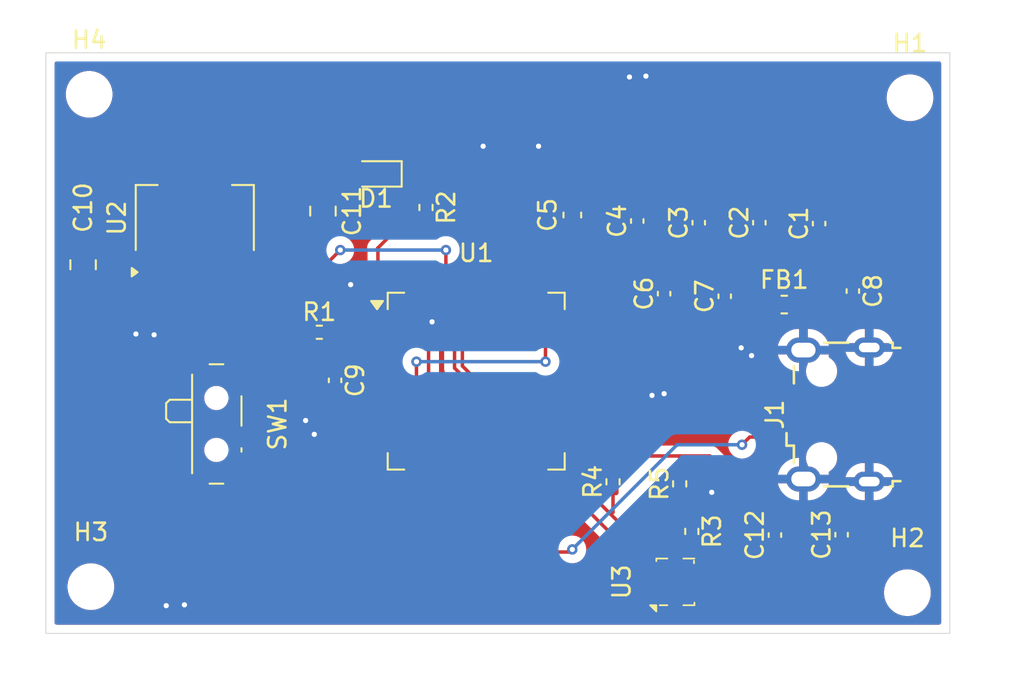
<source format=kicad_pcb>
(kicad_pcb (version 20241229) (generator "pcbnew") (generator_version "9.0")
  (layers (0 "F.Cu" signal) (2 "B.Cu" signal) (13 "F.Paste" user) (15 "B.Paste" user) (5 "F.SilkS" user "F.Silkscreen") (7 "B.SilkS" user "B.Silkscreen") (1 "F.Mask" user) (3 "B.Mask" user) (25 "Edge.Cuts" user))
  (net 0 "")
  (net 1 "+3.3V")
  (net 2 "/I2C1_SDA")
  (net 3 "/I2C1_SCL")
  (net 4 "GND")
  (net 5 "Net-(U3-SDO)")
  (net 6 "Net-(D1-K)")
  (net 7 "/SW_BOOT0")
  (net 8 "/BOOT0")
  (net 9 "VBUS")
  (net 10 "/USB_OTG_FS_DM-")
  (net 11 "/USB_OTG_FS_DP+")
  (net 15 "/NRST")
  (net 33 "+3.3VA")
  (footprint "Resistor_SMD:R_0402_1005Metric" (layer "F.Cu") (at 32.94 74.5)
    (property "Reference" "R1" (at 0 -1.17 0) (layer "F.SilkS"))
    (property "Value" "10k")
    (fp_line (start -0.153641 -0.38) (end 0.153641 -0.38) (stroke (width 0.12)) (layer "F.SilkS"))
    (fp_line (start -0.153641 0.38) (end 0.153641 0.38) (stroke (width 0.12)) (layer "F.SilkS"))
    (pad "1" smd roundrect (at -0.51 0) (size 0.54 0.64) (layers "F.Cu" "F.Mask" "F.Paste") (net 7 "/SW_BOOT0"))
    (pad "2" smd roundrect (at 0.51 0) (size 0.54 0.64) (layers "F.Cu" "F.Mask" "F.Paste") (net 8 "/BOOT0"))
  )
  (footprint "Capacitor_SMD:C_0805_2012Metric" (layer "F.Cu") (at 33.15 67.5 -90)
    (property "Reference" "C11" (at 0 -1.68 90) (layer "F.SilkS"))
    (property "Value" "22u")
    (fp_line (start -0.261252 0.735) (end 0.261252 0.735) (stroke (width 0.12)) (layer "F.SilkS"))
    (fp_line (start -0.261252 -0.735) (end 0.261252 -0.735) (stroke (width 0.12)) (layer "F.SilkS"))
    (pad "1" smd roundrect (at -0.95 0 270) (size 1 1.45) (layers "F.Cu" "F.Mask" "F.Paste") (net 1 "+3.3V"))
    (pad "2" smd roundrect (at 0.95 0 270) (size 1 1.45) (layers "F.Cu" "F.Mask" "F.Paste") (net 4 "GND"))
  )
  (footprint "Inductor_SMD:L_0603_1608Metric" (layer "F.Cu") (at 59.7875 72.9)
    (property "Reference" "FB1" (at 0 -1.43 0) (layer "F.SilkS"))
    (property "Value" "120R")
    (fp_line (start -0.162779 -0.51) (end 0.162779 -0.51) (stroke (width 0.12)) (layer "F.SilkS"))
    (fp_line (start -0.162779 0.51) (end 0.162779 0.51) (stroke (width 0.12)) (layer "F.SilkS"))
    (pad "1" smd roundrect (at -0.7875 0) (size 0.875 0.95) (layers "F.Cu" "F.Mask" "F.Paste") (net 33 "+3.3VA"))
    (pad "2" smd roundrect (at 0.7875 0) (size 0.875 0.95) (layers "F.Cu" "F.Mask" "F.Paste") (net 1 "+3.3V"))
  )
  (footprint "Capacitor_SMD:C_0402_1005Metric" (layer "F.Cu") (at 52.85 72.27 90)
    (property "Reference" "C6" (at 0 -1.16 90) (layer "F.SilkS"))
    (property "Value" "10n")
    (fp_line (start -0.107836 -0.36) (end 0.107836 -0.36) (stroke (width 0.12)) (layer "F.SilkS"))
    (fp_line (start -0.107836 0.36) (end 0.107836 0.36) (stroke (width 0.12)) (layer "F.SilkS"))
    (pad "1" smd roundrect (at -0.48 0 90) (size 0.56 0.62) (layers "F.Cu" "F.Mask" "F.Paste") (net 33 "+3.3VA"))
    (pad "2" smd roundrect (at 0.48 0 90) (size 0.56 0.62) (layers "F.Cu" "F.Mask" "F.Paste") (net 4 "GND"))
  )
  (footprint "Connector_USB:USB_Micro-B_Wuerth_629105150521" (layer "F.Cu") (at 62.745 79.255 90)
    (property "Reference" "J1" (at 0 -3.5 90) (layer "F.SilkS"))
    (property "Value" "USB_B_Micro")
    (fp_line (start -1.075 -2.825) (end -1.8 -2.825) (stroke (width 0.15)) (layer "F.SilkS"))
    (fp_line (start -1.8 -2.825) (end -1.8 -2.4) (stroke (width 0.15)) (layer "F.SilkS"))
    (fp_line (start 1.8 -2.4) (end 2.8 -2.4) (stroke (width 0.15)) (layer "F.SilkS"))
    (fp_line (start -1.8 -2.4) (end -2.8 -2.4) (stroke (width 0.15)) (layer "F.SilkS"))
    (fp_line (start -4.15 -0.65) (end -4.15 0.75) (stroke (width 0.15)) (layer "F.SilkS"))
    (fp_line (start 4.15 0.75) (end 4.15 -0.65) (stroke (width 0.15)) (layer "F.SilkS"))
    (fp_line (start -4.15 3.15) (end -4.15 3.3) (stroke (width 0.15)) (layer "F.SilkS"))
    (fp_line (start 4.15 3.3) (end 4.15 3.15) (stroke (width 0.15)) (layer "F.SilkS"))
    (fp_line (start 3.85 3.3) (end 4.15 3.3) (stroke (width 0.15)) (layer "F.SilkS"))
    (fp_line (start -3.85 3.3) (end -3.85 3.75) (stroke (width 0.15)) (layer "F.SilkS"))
    (fp_line (start -4.15 3.3) (end -3.85 3.3) (stroke (width 0.15)) (layer "F.SilkS"))
    (fp_line (start 3.85 3.75) (end 3.85 3.3) (stroke (width 0.15)) (layer "F.SilkS"))
    (pad "" np_thru_hole oval (at -2.5 -0.8 90) (size 0.8 0.8) (drill 0.8) (layers "*.Cu" "*.Mask"))
    (pad "" np_thru_hole oval (at 2.5 -0.8 90) (size 0.8 0.8) (drill 0.8) (layers "*.Cu" "*.Mask"))
    (pad "1" smd rect (at -1.3 -1.9 90) (size 0.45 1.3) (layers "F.Cu" "F.Mask" "F.Paste") (net 9 "VBUS"))
    (pad "2" smd rect (at -0.65 -1.9 90) (size 0.45 1.3) (layers "F.Cu" "F.Mask" "F.Paste") (net 10 "/USB_OTG_FS_DM-"))
    (pad "3" smd rect (at 0 -1.9 90) (size 0.45 1.3) (layers "F.Cu" "F.Mask" "F.Paste") (net 11 "/USB_OTG_FS_DP+"))
    (pad "4" smd rect (at 0.65 -1.9 90) (size 0.45 1.3) (layers "F.Cu" "F.Mask" "F.Paste"))
    (pad "5" smd rect (at 1.3 -1.9 90) (size 0.45 1.3) (layers "F.Cu" "F.Mask" "F.Paste") (net 4 "GND"))
    (pad "6" thru_hole oval (at -3.875 1.95 90) (size 1.15 1.8) (drill oval 0.55 1.2) (property pad_prop_heatsink) (layers "*.Cu" "*.Mask") (net 4 "GND"))
    (pad "6" thru_hole oval (at -3.725 -1.85 90) (size 1.45 2) (drill oval 0.85 1.4) (property pad_prop_heatsink) (layers "*.Cu" "*.Mask") (net 4 "GND"))
    (pad "6" thru_hole oval (at 3.725 -1.85 90) (size 1.45 2) (drill oval 0.85 1.4) (property pad_prop_heatsink) (layers "*.Cu" "*.Mask") (net 4 "GND"))
    (pad "6" thru_hole oval (at 3.875 1.95 90) (size 1.15 1.8) (drill oval 0.55 1.2) (property pad_prop_heatsink) (layers "*.Cu" "*.Mask") (net 4 "GND"))
  )
  (footprint "MountingHole:MountingHole_2.2mm_M2" (layer "F.Cu") (at 19.65 60.75)
    (property "Reference" "H4" (at 0 -3.15 0) (layer "F.SilkS"))
    (property "Value" "MountingHole")
    (pad "" np_thru_hole circle (at 0 0) (size 2.2 2.2) (drill 2.2) (layers "*.Cu" "*.Mask"))
  )
  (footprint "MountingHole:MountingHole_2.2mm_M2" (layer "F.Cu") (at 67.05 60.95)
    (property "Reference" "H1" (at 0 -3.15 0) (layer "F.SilkS"))
    (property "Value" "MountingHole")
    (pad "" np_thru_hole circle (at 0 0) (size 2.2 2.2) (drill 2.2) (layers "*.Cu" "*.Mask"))
  )
  (footprint "Capacitor_SMD:C_0402_1005Metric" (layer "F.Cu") (at 63.75 72.12 -90)
    (property "Reference" "C8" (at 0 -1.16 90) (layer "F.SilkS"))
    (property "Value" "1u")
    (fp_line (start -0.107836 0.36) (end 0.107836 0.36) (stroke (width 0.12)) (layer "F.SilkS"))
    (fp_line (start -0.107836 -0.36) (end 0.107836 -0.36) (stroke (width 0.12)) (layer "F.SilkS"))
    (pad "1" smd roundrect (at -0.48 0 270) (size 0.56 0.62) (layers "F.Cu" "F.Mask" "F.Paste") (net 1 "+3.3V"))
    (pad "2" smd roundrect (at 0.48 0 270) (size 0.56 0.62) (layers "F.Cu" "F.Mask" "F.Paste") (net 4 "GND"))
  )
  (footprint "MountingHole:MountingHole_2.2mm_M2" (layer "F.Cu") (at 19.75 89.2)
    (property "Reference" "H3" (at 0 -3.15 0) (layer "F.SilkS"))
    (property "Value" "MountingHole")
    (pad "" np_thru_hole circle (at 0 0) (size 2.2 2.2) (drill 2.2) (layers "*.Cu" "*.Mask"))
  )
  (footprint "Resistor_SMD:R_0402_1005Metric" (layer "F.Cu") (at 49.9 83.14 90)
    (property "Reference" "R4" (at 0 -1.17 90) (layer "F.SilkS"))
    (property "Value" "10k")
    (fp_line (start -0.153641 -0.38) (end 0.153641 -0.38) (stroke (width 0.12)) (layer "F.SilkS"))
    (fp_line (start -0.153641 0.38) (end 0.153641 0.38) (stroke (width 0.12)) (layer "F.SilkS"))
    (pad "1" smd roundrect (at -0.51 0 90) (size 0.54 0.64) (layers "F.Cu" "F.Mask" "F.Paste") (net 3 "/I2C1_SCL"))
    (pad "2" smd roundrect (at 0.51 0 90) (size 0.54 0.64) (layers "F.Cu" "F.Mask" "F.Paste") (net 1 "+3.3V"))
  )
  (footprint "Capacitor_SMD:C_0402_1005Metric" (layer "F.Cu") (at 51.3 68.07 90)
    (property "Reference" "C4" (at 0 -1.16 90) (layer "F.SilkS"))
    (property "Value" "100n")
    (fp_line (start -0.107836 -0.36) (end 0.107836 -0.36) (stroke (width 0.12)) (layer "F.SilkS"))
    (fp_line (start -0.107836 0.36) (end 0.107836 0.36) (stroke (width 0.12)) (layer "F.SilkS"))
    (pad "1" smd roundrect (at -0.48 0 90) (size 0.56 0.62) (layers "F.Cu" "F.Mask" "F.Paste") (net 1 "+3.3V"))
    (pad "2" smd roundrect (at 0.48 0 90) (size 0.56 0.62) (layers "F.Cu" "F.Mask" "F.Paste") (net 4 "GND"))
  )
  (footprint "Capacitor_SMD:C_0402_1005Metric" (layer "F.Cu") (at 54.85 68.17 90)
    (property "Reference" "C3" (at 0 -1.16 90) (layer "F.SilkS"))
    (property "Value" "100n")
    (fp_line (start -0.107836 -0.36) (end 0.107836 -0.36) (stroke (width 0.12)) (layer "F.SilkS"))
    (fp_line (start -0.107836 0.36) (end 0.107836 0.36) (stroke (width 0.12)) (layer "F.SilkS"))
    (pad "1" smd roundrect (at -0.48 0 90) (size 0.56 0.62) (layers "F.Cu" "F.Mask" "F.Paste") (net 1 "+3.3V"))
    (pad "2" smd roundrect (at 0.48 0 90) (size 0.56 0.62) (layers "F.Cu" "F.Mask" "F.Paste") (net 4 "GND"))
  )
  (footprint "Package_LGA:Bosch_LGA-8_2x2.5mm_P0.65mm_ClockwisePinNumbering" (layer "F.Cu") (at 53.5 88.925 90)
    (property "Reference" "U3" (at 0 -3.1 90) (layer "F.SilkS"))
    (property "Value" "BMP280")
    (fp_line (start 1.2 -1.1) (end 1.35 -1.1) (stroke (width 0.1)) (layer "F.SilkS"))
    (fp_line (start 1.35 -0.46) (end 1.35 -1.1) (stroke (width 0.1)) (layer "F.SilkS"))
    (fp_line (start -1.35 -0.46) (end -1.35 -0.9) (stroke (width 0.1)) (layer "F.SilkS"))
    (fp_line (start 1.075 1.075) (end 1.225 1.075) (stroke (width 0.1)) (layer "F.SilkS"))
    (fp_line (start 1.35 1.1) (end 1.35 0.46) (stroke (width 0.1)) (layer "F.SilkS"))
    (fp_line (start -1.35 1.1) (end -1.35 0.46) (stroke (width 0.1)) (layer "F.SilkS"))
    (fp_line (start -1.35 1.1) (end -1.2 1.1) (stroke (width 0.1)) (layer "F.SilkS"))
    (fp_poly (pts (xy -1.35 -1.1) (xy -1.71 -1.1) (xy -1.35 -1.46) (xy -1.35 -1.1)) (stroke (width 0.1)) (fill yes) (layer "F.SilkS"))
    (pad "1" smd rect (at -0.975 -0.8 180) (size 0.5 0.35) (layers "F.Cu" "F.Mask" "F.Paste") (net 4 "GND"))
    (pad "2" smd rect (at -0.325 -0.8 180) (size 0.5 0.35) (layers "F.Cu" "F.Mask" "F.Paste") (net 1 "+3.3V"))
    (pad "3" smd rect (at 0.325 -0.8 180) (size 0.5 0.35) (layers "F.Cu" "F.Mask" "F.Paste") (net 2 "/I2C1_SDA"))
    (pad "4" smd rect (at 0.975 -0.8 180) (size 0.5 0.35) (layers "F.Cu" "F.Mask" "F.Paste") (net 3 "/I2C1_SCL"))
    (pad "5" smd rect (at 0.975 0.8 180) (size 0.5 0.35) (layers "F.Cu" "F.Mask" "F.Paste") (net 5 "Net-(U3-SDO)"))
    (pad "6" smd rect (at 0.325 0.8 180) (size 0.5 0.35) (layers "F.Cu" "F.Mask" "F.Paste") (net 1 "+3.3V"))
    (pad "7" smd rect (at -0.325 0.8 180) (size 0.5 0.35) (layers "F.Cu" "F.Mask" "F.Paste") (net 4 "GND"))
    (pad "8" smd rect (at -0.975 0.8 180) (size 0.5 0.35) (layers "F.Cu" "F.Mask" "F.Paste") (net 1 "+3.3V"))
  )
  (footprint "Resistor_SMD:R_0402_1005Metric" (layer "F.Cu") (at 53.75 83.26 90)
    (property "Reference" "R5" (at 0 -1.17 90) (layer "F.SilkS"))
    (property "Value" "10k")
    (fp_line (start -0.153641 -0.38) (end 0.153641 -0.38) (stroke (width 0.12)) (layer "F.SilkS"))
    (fp_line (start -0.153641 0.38) (end 0.153641 0.38) (stroke (width 0.12)) (layer "F.SilkS"))
    (pad "1" smd roundrect (at -0.51 0 90) (size 0.54 0.64) (layers "F.Cu" "F.Mask" "F.Paste") (net 2 "/I2C1_SDA"))
    (pad "2" smd roundrect (at 0.51 0 90) (size 0.54 0.64) (layers "F.Cu" "F.Mask" "F.Paste") (net 1 "+3.3V"))
  )
  (footprint "Capacitor_SMD:C_0805_2012Metric" (layer "F.Cu") (at 19.3 70.6 90)
    (property "Reference" "C10" (at 3.3 0 90) (layer "F.SilkS"))
    (property "Value" "22u")
    (fp_line (start -0.261252 -0.735) (end 0.261252 -0.735) (stroke (width 0.12)) (layer "F.SilkS"))
    (fp_line (start -0.261252 0.735) (end 0.261252 0.735) (stroke (width 0.12)) (layer "F.SilkS"))
    (pad "1" smd roundrect (at -0.95 0 90) (size 1 1.45) (layers "F.Cu" "F.Mask" "F.Paste") (net 9 "VBUS"))
    (pad "2" smd roundrect (at 0.95 0 90) (size 1 1.45) (layers "F.Cu" "F.Mask" "F.Paste") (net 4 "GND"))
  )
  (footprint "Capacitor_SMD:C_0402_1005Metric" (layer "F.Cu") (at 59.25 86.22 90)
    (property "Reference" "C12" (at 0 -1.16 90) (layer "F.SilkS"))
    (property "Value" "100n")
    (fp_line (start -0.107836 -0.36) (end 0.107836 -0.36) (stroke (width 0.12)) (layer "F.SilkS"))
    (fp_line (start -0.107836 0.36) (end 0.107836 0.36) (stroke (width 0.12)) (layer "F.SilkS"))
    (pad "1" smd roundrect (at -0.48 0 90) (size 0.56 0.62) (layers "F.Cu" "F.Mask" "F.Paste") (net 4 "GND"))
    (pad "2" smd roundrect (at 0.48 0 90) (size 0.56 0.62) (layers "F.Cu" "F.Mask" "F.Paste") (net 1 "+3.3V"))
  )
  (footprint "Capacitor_SMD:C_0402_1005Metric" (layer "F.Cu") (at 56.35 72.42 90)
    (property "Reference" "C7" (at 0 -1.16 90) (layer "F.SilkS"))
    (property "Value" "1u")
    (fp_line (start -0.107836 -0.36) (end 0.107836 -0.36) (stroke (width 0.12)) (layer "F.SilkS"))
    (fp_line (start -0.107836 0.36) (end 0.107836 0.36) (stroke (width 0.12)) (layer "F.SilkS"))
    (pad "1" smd roundrect (at -0.48 0 90) (size 0.56 0.62) (layers "F.Cu" "F.Mask" "F.Paste") (net 33 "+3.3VA"))
    (pad "2" smd roundrect (at 0.48 0 90) (size 0.56 0.62) (layers "F.Cu" "F.Mask" "F.Paste") (net 4 "GND"))
  )
  (footprint "Capacitor_SMD:C_0402_1005Metric" (layer "F.Cu") (at 61.8 68.22 90)
    (property "Reference" "C1" (at 0 -1.16 90) (layer "F.SilkS"))
    (property "Value" "100n")
    (fp_line (start -0.107836 -0.36) (end 0.107836 -0.36) (stroke (width 0.12)) (layer "F.SilkS"))
    (fp_line (start -0.107836 0.36) (end 0.107836 0.36) (stroke (width 0.12)) (layer "F.SilkS"))
    (pad "1" smd roundrect (at -0.48 0 90) (size 0.56 0.62) (layers "F.Cu" "F.Mask" "F.Paste") (net 1 "+3.3V"))
    (pad "2" smd roundrect (at 0.48 0 90) (size 0.56 0.62) (layers "F.Cu" "F.Mask" "F.Paste") (net 4 "GND"))
  )
  (footprint "MountingHole:MountingHole_2.2mm_M2" (layer "F.Cu") (at 66.9 89.55)
    (property "Reference" "H2" (at 0 -3.15 0) (layer "F.SilkS"))
    (property "Value" "MountingHole")
    (pad "" np_thru_hole circle (at 0 0) (size 2.2 2.2) (drill 2.2) (layers "*.Cu" "*.Mask"))
  )
  (footprint "Resistor_SMD:R_0402_1005Metric" (layer "F.Cu") (at 39.1 67.29 -90)
    (property "Reference" "R2" (at 0 -1.17 90) (layer "F.SilkS"))
    (property "Value" "1k")
    (fp_line (start -0.153641 0.38) (end 0.153641 0.38) (stroke (width 0.12)) (layer "F.SilkS"))
    (fp_line (start -0.153641 -0.38) (end 0.153641 -0.38) (stroke (width 0.12)) (layer "F.SilkS"))
    (pad "1" smd roundrect (at -0.51 0 270) (size 0.54 0.64) (layers "F.Cu" "F.Mask" "F.Paste") (net 6 "Net-(D1-K)"))
    (pad "2" smd roundrect (at 0.51 0 270) (size 0.54 0.64) (layers "F.Cu" "F.Mask" "F.Paste") (net 4 "GND"))
  )
  (footprint "Capacitor_SMD:C_0603_1608Metric" (layer "F.Cu") (at 47.55 67.725 90)
    (property "Reference" "C5" (at 0 -1.43 90) (layer "F.SilkS"))
    (property "Value" "10u")
    (fp_line (start -0.14058 -0.51) (end 0.14058 -0.51) (stroke (width 0.12)) (layer "F.SilkS"))
    (fp_line (start -0.14058 0.51) (end 0.14058 0.51) (stroke (width 0.12)) (layer "F.SilkS"))
    (pad "1" smd roundrect (at -0.775 0 90) (size 0.9 0.95) (layers "F.Cu" "F.Mask" "F.Paste") (net 1 "+3.3V"))
    (pad "2" smd roundrect (at 0.775 0 90) (size 0.9 0.95) (layers "F.Cu" "F.Mask" "F.Paste") (net 4 "GND"))
  )
  (footprint "Resistor_SMD:R_0402_1005Metric" (layer "F.Cu") (at 54.45 86.01 -90)
    (property "Reference" "R3" (at 0 -1.17 90) (layer "F.SilkS"))
    (property "Value" "10k")
    (fp_line (start -0.153641 0.38) (end 0.153641 0.38) (stroke (width 0.12)) (layer "F.SilkS"))
    (fp_line (start -0.153641 -0.38) (end 0.153641 -0.38) (stroke (width 0.12)) (layer "F.SilkS"))
    (pad "1" smd roundrect (at -0.51 0 270) (size 0.54 0.64) (layers "F.Cu" "F.Mask" "F.Paste") (net 4 "GND"))
    (pad "2" smd roundrect (at 0.51 0 270) (size 0.54 0.64) (layers "F.Cu" "F.Mask" "F.Paste") (net 5 "Net-(U3-SDO)"))
  )
  (footprint "LED_SMD:LED_0603_1608Metric" (layer "F.Cu") (at 36.2125 65.35 180)
    (property "Reference" "D1" (at 0 -1.43 0) (layer "F.SilkS"))
    (property "Value" "RED")
    (fp_line (start 0.8 -0.735) (end -1.485 -0.735) (stroke (width 0.12)) (layer "F.SilkS"))
    (fp_line (start -1.485 0.735) (end 0.8 0.735) (stroke (width 0.12)) (layer "F.SilkS"))
    (fp_line (start -1.485 -0.735) (end -1.485 0.735) (stroke (width 0.12)) (layer "F.SilkS"))
    (pad "1" smd roundrect (at -0.7875 0 180) (size 0.875 0.95) (layers "F.Cu" "F.Mask" "F.Paste") (net 6 "Net-(D1-K)"))
    (pad "2" smd roundrect (at 0.7875 0 180) (size 0.875 0.95) (layers "F.Cu" "F.Mask" "F.Paste") (net 1 "+3.3V"))
  )
  (footprint "Package_QFP:LQFP-64_10x10mm_P0.5mm" (layer "F.Cu") (at 42 77.325)
    (property "Reference" "U1" (at 0 -7.4 0) (layer "F.SilkS"))
    (property "Value" "STM32L476RGTx")
    (fp_line (start -5.11 -5.11) (end -5.11 -4.16) (stroke (width 0.12)) (layer "F.SilkS"))
    (fp_line (start -5.11 5.11) (end -5.11 4.16) (stroke (width 0.12)) (layer "F.SilkS"))
    (fp_line (start -4.16 -5.11) (end -5.11 -5.11) (stroke (width 0.12)) (layer "F.SilkS"))
    (fp_line (start -4.16 5.11) (end -5.11 5.11) (stroke (width 0.12)) (layer "F.SilkS"))
    (fp_line (start 4.16 -5.11) (end 5.11 -5.11) (stroke (width 0.12)) (layer "F.SilkS"))
    (fp_line (start 4.16 5.11) (end 5.11 5.11) (stroke (width 0.12)) (layer "F.SilkS"))
    (fp_line (start 5.11 -5.11) (end 5.11 -4.16) (stroke (width 0.12)) (layer "F.SilkS"))
    (fp_line (start 5.11 5.11) (end 5.11 4.16) (stroke (width 0.12)) (layer "F.SilkS"))
    (fp_poly (pts (xy -5.725 -4.16) (xy -6.065 -4.63) (xy -5.385 -4.63)) (stroke (width 0.12)) (fill yes) (layer "F.SilkS"))
    (pad "1" smd roundrect (at -5.675 -3.75) (size 1.55 0.3) (layers "F.Cu" "F.Mask" "F.Paste") (net 1 "+3.3V"))
    (pad "2" smd roundrect (at -5.675 -3.25) (size 1.55 0.3) (layers "F.Cu" "F.Mask" "F.Paste"))
    (pad "3" smd roundrect (at -5.675 -2.75) (size 1.55 0.3) (layers "F.Cu" "F.Mask" "F.Paste"))
    (pad "4" smd roundrect (at -5.675 -2.25) (size 1.55 0.3) (layers "F.Cu" "F.Mask" "F.Paste"))
    (pad "5" smd roundrect (at -5.675 -1.75) (size 1.55 0.3) (layers "F.Cu" "F.Mask" "F.Paste"))
    (pad "6" smd roundrect (at -5.675 -1.25) (size 1.55 0.3) (layers "F.Cu" "F.Mask" "F.Paste"))
    (pad "7" smd roundrect (at -5.675 -0.75) (size 1.55 0.3) (layers "F.Cu" "F.Mask" "F.Paste") (net 15 "/NRST"))
    (pad "8" smd roundrect (at -5.675 -0.25) (size 1.55 0.3) (layers "F.Cu" "F.Mask" "F.Paste"))
    (pad "9" smd roundrect (at -5.675 0.25) (size 1.55 0.3) (layers "F.Cu" "F.Mask" "F.Paste"))
    (pad "10" smd roundrect (at -5.675 0.75) (size 1.55 0.3) (layers "F.Cu" "F.Mask" "F.Paste"))
    (pad "11" smd roundrect (at -5.675 1.25) (size 1.55 0.3) (layers "F.Cu" "F.Mask" "F.Paste"))
    (pad "12" smd roundrect (at -5.675 1.75) (size 1.55 0.3) (layers "F.Cu" "F.Mask" "F.Paste") (net 4 "GND"))
    (pad "13" smd roundrect (at -5.675 2.25) (size 1.55 0.3) (layers "F.Cu" "F.Mask" "F.Paste") (net 33 "+3.3VA"))
    (pad "14" smd roundrect (at -5.675 2.75) (size 1.55 0.3) (layers "F.Cu" "F.Mask" "F.Paste"))
    (pad "15" smd roundrect (at -5.675 3.25) (size 1.55 0.3) (layers "F.Cu" "F.Mask" "F.Paste"))
    (pad "16" smd roundrect (at -5.675 3.75) (size 1.55 0.3) (layers "F.Cu" "F.Mask" "F.Paste"))
    (pad "17" smd roundrect (at -3.75 5.675) (size 0.3 1.55) (layers "F.Cu" "F.Mask" "F.Paste"))
    (pad "18" smd roundrect (at -3.25 5.675) (size 0.3 1.55) (layers "F.Cu" "F.Mask" "F.Paste") (net 4 "GND"))
    (pad "19" smd roundrect (at -2.75 5.675) (size 0.3 1.55) (layers "F.Cu" "F.Mask" "F.Paste") (net 1 "+3.3V"))
    (pad "20" smd roundrect (at -2.25 5.675) (size 0.3 1.55) (layers "F.Cu" "F.Mask" "F.Paste"))
    (pad "21" smd roundrect (at -1.75 5.675) (size 0.3 1.55) (layers "F.Cu" "F.Mask" "F.Paste"))
    (pad "22" smd roundrect (at -1.25 5.675) (size 0.3 1.55) (layers "F.Cu" "F.Mask" "F.Paste"))
    (pad "23" smd roundrect (at -0.75 5.675) (size 0.3 1.55) (layers "F.Cu" "F.Mask" "F.Paste"))
    (pad "24" smd roundrect (at -0.25 5.675) (size 0.3 1.55) (layers "F.Cu" "F.Mask" "F.Paste"))
    (pad "25" smd roundrect (at 0.25 5.675) (size 0.3 1.55) (layers "F.Cu" "F.Mask" "F.Paste"))
    (pad "26" smd roundrect (at 0.75 5.675) (size 0.3 1.55) (layers "F.Cu" "F.Mask" "F.Paste"))
    (pad "27" smd roundrect (at 1.25 5.675) (size 0.3 1.55) (layers "F.Cu" "F.Mask" "F.Paste"))
    (pad "28" smd roundrect (at 1.75 5.675) (size 0.3 1.55) (layers "F.Cu" "F.Mask" "F.Paste"))
    (pad "29" smd roundrect (at 2.25 5.675) (size 0.3 1.55) (layers "F.Cu" "F.Mask" "F.Paste"))
    (pad "30" smd roundrect (at 2.75 5.675) (size 0.3 1.55) (layers "F.Cu" "F.Mask" "F.Paste"))
    (pad "31" smd roundrect (at 3.25 5.675) (size 0.3 1.55) (layers "F.Cu" "F.Mask" "F.Paste") (net 4 "GND"))
    (pad "32" smd roundrect (at 3.75 5.675) (size 0.3 1.55) (layers "F.Cu" "F.Mask" "F.Paste") (net 1 "+3.3V"))
    (pad "33" smd roundrect (at 5.675 3.75) (size 1.55 0.3) (layers "F.Cu" "F.Mask" "F.Paste"))
    (pad "34" smd roundrect (at 5.675 3.25) (size 1.55 0.3) (layers "F.Cu" "F.Mask" "F.Paste"))
    (pad "35" smd roundrect (at 5.675 2.75) (size 1.55 0.3) (layers "F.Cu" "F.Mask" "F.Paste"))
    (pad "36" smd roundrect (at 5.675 2.25) (size 1.55 0.3) (layers "F.Cu" "F.Mask" "F.Paste"))
    (pad "37" smd roundrect (at 5.675 1.75) (size 1.55 0.3) (layers "F.Cu" "F.Mask" "F.Paste"))
    (pad "38" smd roundrect (at 5.675 1.25) (size 1.55 0.3) (layers "F.Cu" "F.Mask" "F.Paste"))
    (pad "39" smd roundrect (at 5.675 0.75) (size 1.55 0.3) (layers "F.Cu" "F.Mask" "F.Paste"))
    (pad "40" smd roundrect (at 5.675 0.25) (size 1.55 0.3) (layers "F.Cu" "F.Mask" "F.Paste"))
    (pad "41" smd roundrect (at 5.675 -0.25) (size 1.55 0.3) (layers "F.Cu" "F.Mask" "F.Paste"))
    (pad "42" smd roundrect (at 5.675 -0.75) (size 1.55 0.3) (layers "F.Cu" "F.Mask" "F.Paste"))
    (pad "43" smd roundrect (at 5.675 -1.25) (size 1.55 0.3) (layers "F.Cu" "F.Mask" "F.Paste"))
    (pad "44" smd roundrect (at 5.675 -1.75) (size 1.55 0.3) (layers "F.Cu" "F.Mask" "F.Paste") (net 10 "/USB_OTG_FS_DM-"))
    (pad "45" smd roundrect (at 5.675 -2.25) (size 1.55 0.3) (layers "F.Cu" "F.Mask" "F.Paste") (net 11 "/USB_OTG_FS_DP+"))
    (pad "46" smd roundrect (at 5.675 -2.75) (size 1.55 0.3) (layers "F.Cu" "F.Mask" "F.Paste"))
    (pad "47" smd roundrect (at 5.675 -3.25) (size 1.55 0.3) (layers "F.Cu" "F.Mask" "F.Paste") (net 4 "GND"))
    (pad "48" smd roundrect (at 5.675 -3.75) (size 1.55 0.3) (layers "F.Cu" "F.Mask" "F.Paste"))
    (pad "49" smd roundrect (at 3.75 -5.675) (size 0.3 1.55) (layers "F.Cu" "F.Mask" "F.Paste"))
    (pad "50" smd roundrect (at 3.25 -5.675) (size 0.3 1.55) (layers "F.Cu" "F.Mask" "F.Paste"))
    (pad "51" smd roundrect (at 2.75 -5.675) (size 0.3 1.55) (layers "F.Cu" "F.Mask" "F.Paste"))
    (pad "52" smd roundrect (at 2.25 -5.675) (size 0.3 1.55) (layers "F.Cu" "F.Mask" "F.Paste"))
    (pad "53" smd roundrect (at 1.75 -5.675) (size 0.3 1.55) (layers "F.Cu" "F.Mask" "F.Paste"))
    (pad "54" smd roundrect (at 1.25 -5.675) (size 0.3 1.55) (layers "F.Cu" "F.Mask" "F.Paste"))
    (pad "55" smd roundrect (at 0.75 -5.675) (size 0.3 1.55) (layers "F.Cu" "F.Mask" "F.Paste"))
    (pad "56" smd roundrect (at 0.25 -5.675) (size 0.3 1.55) (layers "F.Cu" "F.Mask" "F.Paste"))
    (pad "57" smd roundrect (at -0.25 -5.675) (size 0.3 1.55) (layers "F.Cu" "F.Mask" "F.Paste"))
    (pad "58" smd roundrect (at -0.75 -5.675) (size 0.3 1.55) (layers "F.Cu" "F.Mask" "F.Paste") (net 3 "/I2C1_SCL"))
    (pad "59" smd roundrect (at -1.25 -5.675) (size 0.3 1.55) (layers "F.Cu" "F.Mask" "F.Paste") (net 2 "/I2C1_SDA"))
    (pad "60" smd roundrect (at -1.75 -5.675) (size 0.3 1.55) (layers "F.Cu" "F.Mask" "F.Paste") (net 8 "/BOOT0"))
    (pad "61" smd roundrect (at -2.25 -5.675) (size 0.3 1.55) (layers "F.Cu" "F.Mask" "F.Paste"))
    (pad "62" smd roundrect (at -2.75 -5.675) (size 0.3 1.55) (layers "F.Cu" "F.Mask" "F.Paste"))
    (pad "63" smd roundrect (at -3.25 -5.675) (size 0.3 1.55) (layers "F.Cu" "F.Mask" "F.Paste") (net 4 "GND"))
    (pad "64" smd roundrect (at -3.75 -5.675) (size 0.3 1.55) (layers "F.Cu" "F.Mask" "F.Paste") (net 1 "+3.3V"))
  )
  (footprint "Capacitor_SMD:C_0402_1005Metric" (layer "F.Cu") (at 63.1 86.2 90)
    (property "Reference" "C13" (at 0 -1.16 90) (layer "F.SilkS"))
    (property "Value" "100n")
    (fp_line (start -0.107836 -0.36) (end 0.107836 -0.36) (stroke (width 0.12)) (layer "F.SilkS"))
    (fp_line (start -0.107836 0.36) (end 0.107836 0.36) (stroke (width 0.12)) (layer "F.SilkS"))
    (pad "1" smd roundrect (at -0.48 0 90) (size 0.56 0.62) (layers "F.Cu" "F.Mask" "F.Paste") (net 4 "GND"))
    (pad "2" smd roundrect (at 0.48 0 90) (size 0.56 0.62) (layers "F.Cu" "F.Mask" "F.Paste") (net 1 "+3.3V"))
  )
  (footprint "Capacitor_SMD:C_0402_1005Metric" (layer "F.Cu") (at 33.85 77.28 -90)
    (property "Reference" "C9" (at 0 -1.16 90) (layer "F.SilkS"))
    (property "Value" "100n")
    (fp_line (start -0.107836 0.36) (end 0.107836 0.36) (stroke (width 0.12)) (layer "F.SilkS"))
    (fp_line (start -0.107836 -0.36) (end 0.107836 -0.36) (stroke (width 0.12)) (layer "F.SilkS"))
    (pad "1" smd roundrect (at -0.48 0 270) (size 0.56 0.62) (layers "F.Cu" "F.Mask" "F.Paste") (net 15 "/NRST"))
    (pad "2" smd roundrect (at 0.48 0 270) (size 0.56 0.62) (layers "F.Cu" "F.Mask" "F.Paste") (net 4 "GND"))
  )
  (footprint "Package_TO_SOT_SMD:SOT-223-3_TabPin2" (layer "F.Cu") (at 25.75 67.9 90)
    (property "Reference" "U2" (at 0 -4.5 90) (layer "F.SilkS"))
    (property "Value" "AMS1117-3.3")
    (fp_line (start 1.91 -3.41) (end 1.91 -2.15) (stroke (width 0.12)) (layer "F.SilkS"))
    (fp_line (start -1.85 -3.41) (end 1.91 -3.41) (stroke (width 0.12)) (layer "F.SilkS"))
    (fp_line (start 1.91 3.41) (end 1.91 2.15) (stroke (width 0.12)) (layer "F.SilkS"))
    (fp_line (start -1.85 3.41) (end 1.91 3.41) (stroke (width 0.12)) (layer "F.SilkS"))
    (fp_poly (pts (xy -3.13 -3.31) (xy -3.37 -3.64) (xy -2.89 -3.64) (xy -3.13 -3.31)) (stroke (width 0.12)) (fill yes) (layer "F.SilkS"))
    (pad "1" smd roundrect (at -3.15 -2.3 90) (size 2 1.5) (layers "F.Cu" "F.Mask" "F.Paste") (net 4 "GND"))
    (pad "2" smd roundrect (at -3.15 0 90) (size 2 1.5) (layers "F.Cu" "F.Mask" "F.Paste") (net 1 "+3.3V"))
    (pad "2" smd roundrect (at 3.15 0 90) (size 2 3.8) (layers "F.Cu" "F.Mask" "F.Paste") (net 1 "+3.3V"))
    (pad "3" smd roundrect (at -3.15 2.3 90) (size 2 1.5) (layers "F.Cu" "F.Mask" "F.Paste") (net 9 "VBUS"))
  )
  (footprint "Button_Switch_SMD:SW_SPDT_PCM12" (layer "F.Cu") (at 27.325 79.8 -90)
    (property "Reference" "SW1" (at 0 -3.2 90) (layer "F.SilkS"))
    (property "Value" "SW_SPDT")
    (fp_line (start -1.2 3.23) (end -0.3 3.23) (stroke (width 0.12)) (layer "F.SilkS"))
    (fp_line (start -1.4 3.02) (end -1.2 3.23) (stroke (width 0.12)) (layer "F.SilkS"))
    (fp_line (start -0.1 3.02) (end -0.3 3.23) (stroke (width 0.12)) (layer "F.SilkS"))
    (fp_line (start -0.1 3.02) (end -0.1 1.73) (stroke (width 0.12)) (layer "F.SilkS"))
    (fp_line (start -2.85 1.73) (end 2.85 1.73) (stroke (width 0.12)) (layer "F.SilkS"))
    (fp_line (start -1.4 1.73) (end -1.4 3.02) (stroke (width 0.12)) (layer "F.SilkS"))
    (fp_line (start 3.45 0.72) (end 3.45 -0.07) (stroke (width 0.12)) (layer "F.SilkS"))
    (fp_line (start -3.45 -0.07) (end -3.45 0.72) (stroke (width 0.12)) (layer "F.SilkS"))
    (fp_line (start -1.6 -1.12) (end 0.1 -1.12) (stroke (width 0.12)) (layer "F.SilkS"))
    (fp_line (start 1.4 -1.12) (end 1.6 -1.12) (stroke (width 0.12)) (layer "F.SilkS"))
    (pad "" smd rect (at -3.65 -0.78 270) (size 1 0.8) (layers "F.Cu" "F.Mask" "F.Paste"))
    (pad "" smd rect (at -3.65 1.43 270) (size 1 0.8) (layers "F.Cu" "F.Mask" "F.Paste"))
    (pad "" np_thru_hole circle (at -1.5 0.33 270) (size 0.9 0.9) (drill 0.9) (layers "*.Cu" "*.Mask"))
    (pad "" np_thru_hole circle (at 1.5 0.33 270) (size 0.9 0.9) (drill 0.9) (layers "*.Cu" "*.Mask"))
    (pad "" smd rect (at 3.65 -0.78 270) (size 1 0.8) (layers "F.Cu" "F.Mask" "F.Paste"))
    (pad "" smd rect (at 3.65 1.43 270) (size 1 0.8) (layers "F.Cu" "F.Mask" "F.Paste"))
    (pad "1" smd rect (at -2.25 -1.43 270) (size 0.7 1.5) (layers "F.Cu" "F.Mask" "F.Paste") (net 4 "GND"))
    (pad "2" smd rect (at 0.75 -1.43 270) (size 0.7 1.5) (layers "F.Cu" "F.Mask" "F.Paste") (net 7 "/SW_BOOT0"))
    (pad "3" smd rect (at 2.25 -1.43 270) (size 0.7 1.5) (layers "F.Cu" "F.Mask" "F.Paste") (net 1 "+3.3V"))
  )
  (footprint "Capacitor_SMD:C_0402_1005Metric" (layer "F.Cu") (at 58.35 68.17 90)
    (property "Reference" "C2" (at 0 -1.16 90) (layer "F.SilkS"))
    (property "Value" "100n")
    (fp_line (start -0.107836 -0.36) (end 0.107836 -0.36) (stroke (width 0.12)) (layer "F.SilkS"))
    (fp_line (start -0.107836 0.36) (end 0.107836 0.36) (stroke (width 0.12)) (layer "F.SilkS"))
    (pad "1" smd roundrect (at -0.48 0 90) (size 0.56 0.62) (layers "F.Cu" "F.Mask" "F.Paste") (net 1 "+3.3V"))
    (pad "2" smd roundrect (at 0.48 0 90) (size 0.56 0.62) (layers "F.Cu" "F.Mask" "F.Paste") (net 4 "GND"))
  )
  (gr_rect (start 17.15 58.35) (end 69.35 91.9) (stroke (width 0.05)) (fill no) (layer "Edge.Cuts"))
  (segment (start 65.26 71.64) (end 67.125 69.775) (width 0.2) (layer "F.Cu") (net 1))
  (segment (start 25.75 64.75) (end 25.75 62.15) (width 0.2) (layer "F.Cu") (net 1))
  (segment (start 25.75 62.15) (end 25.7 62.1) (width 0.2) (layer "F.Cu") (net 1))
  (segment (start 53.273 89.25) (end 53.923 88.6) (width 0.2) (layer "F.Cu") (net 1))
  (segment (start 25.75 71.05) (end 25.75 64.75) (width 0.2) (layer "F.Cu") (net 1))
  (segment (start 59.25 85.74) (end 59.25 84.85) (width 0.2) (layer "F.Cu") (net 1))
  (segment (start 37.45 68.5) (end 36.3 69.65) (width 0.2) (layer "F.Cu") (net 1))
  (segment (start 53.75 82.75) (end 53.75 81.65) (width 0.2) (layer "F.Cu") (net 1))
  (segment (start 49.9 82.63) (end 49.9 82.15) (width 0.2) (layer "F.Cu") (net 1))
  (segment (start 63.05 85.2) (end 63.05 85.67) (width 0.4) (layer "F.Cu") (net 1))
  (segment (start 39.25 81.3) (end 39.25 75.375) (width 0.2) (layer "F.Cu") (net 1))
  (segment (start 53.923 88.6) (end 54.3 88.6) (width 0.2) (layer "F.Cu") (net 1))
  (segment (start 48.3 70.15) (end 51.25 70.15) (width 0.2) (layer "F.Cu") (net 1))
  (segment (start 25.75 64.75) (end 34.825 64.75) (width 0.2) (layer "F.Cu") (net 1))
  (segment (start 51.3 68.55) (end 51.3 70.1) (width 0.2) (layer "F.Cu") (net 1))
  (segment (start 47.55 68.5) (end 47.55 69.4) (width 0.2) (layer "F.Cu") (net 1))
  (segment (start 58.35 70.05) (end 58.25 70.15) (width 0.2) (layer "F.Cu") (net 1))
  (segment (start 31.556 84.851) (end 38.274924 84.851) (width 0.2) (layer "F.Cu") (net 1))
  (segment (start 28.755 82.05) (end 31.556 84.851) (width 0.2) (layer "F.Cu") (net 1))
  (segment (start 36.325 71.65) (end 36.325 72.45) (width 0.2) (layer "F.Cu") (net 1))
  (segment (start 35.425 65.35) (end 34.35 65.35) (width 0.2) (layer "F.Cu") (net 1))
  (segment (start 55.25 89.9) (end 54.3 89.9) (width 0.2) (layer "F.Cu") (net 1))
  (segment (start 45.75 83) (end 45.75 82.191176) (width 0.2) (layer "F.Cu") (net 1))
  (segment (start 50.4 81.65) (end 51.8 81.65) (width 0.2) (layer "F.Cu") (net 1))
  (segment (start 67.9 85.2) (end 63.05 85.2) (width 0.4) (layer "F.Cu") (net 1))
  (segment (start 43.9 62.1) (end 43.9 68.3) (width 0.3) (layer "F.Cu") (net 1))
  (segment (start 47.55 68.5) (end 44.1 68.5) (width 0.2) (layer "F.Cu") (net 1))
  (segment (start 34.35 65.35) (end 33.15 66.55) (width 0.2) (layer "F.Cu") (net 1))
  (segment (start 36.325 72.45) (end 36.325 73.575) (width 0.2) (layer "F.Cu") (net 1))
  (segment (start 39.25 83.875924) (end 39.25 83) (width 0.2) (layer "F.Cu") (net 1))
  (segment (start 59.45 62.1) (end 67.125 69.775) (width 0.3) (layer "F.Cu") (net 1))
  (segment (start 25.75 61.4) (end 26 61.15) (width 0.4) (layer "F.Cu") (net 1))
  (segment (start 55.25 88.6) (end 55.25 84.85) (width 0.2) (layer "F.Cu") (net 1))
  (segment (start 51.3 70.1) (end 51.25 70.15) (width 0.2) (layer "F.Cu") (net 1))
  (segment (start 59.55 84.85) (end 63.1 84.85) (width 0.4) (layer "F.Cu") (net 1))
  (segment (start 63.75 71.64) (end 65.26 71.64) (width 0.2) (layer "F.Cu") (net 1))
  (segment (start 36.3 69.65) (end 36.325 69.675) (width 0.2) (layer "F.Cu") (net 1))
  (segment (start 59.25 84.85) (end 59.55 84.85) (width 0.2) (layer "F.Cu") (net 1))
  (segment (start 55.5 81.65) (end 57.05 83.2) (width 0.2) (layer "F.Cu") (net 1))
  (segment (start 39.25 75.375) (end 36.325 72.45) (width 0.2) (layer "F.Cu") (net 1))
  (segment (start 43.9 68.3) (end 44.1 68.5) (width 0.3) (layer "F.Cu") (net 1))
  (segment (start 58.25 70.15) (end 60.8 70.15) (width 0.2) (layer "F.Cu") (net 1))
  (segment (start 53.75 81.65) (end 55.5 81.65) (width 0.2) (layer "F.Cu") (net 1))
  (segment (start 57.05 84.85) (end 59.55 84.85) (width 0.4) (layer "F.Cu") (net 1))
  (segment (start 47.55 69.4) (end 48.3 70.15) (width 0.2) (layer "F.Cu") (net 1))
  (segment (start 44.1 68.5) (end 37.45 68.5) (width 0.2) (layer "F.Cu") (net 1))
  (segment (start 55.25 84.85) (end 57.05 84.85) (width 0.4) (layer "F.Cu") (net 1))
  (segment (start 38.274924 84.851) (end 39.25 83.875924) (width 0.2) (layer "F.Cu") (net 1))
  (segment (start 39.25 83) (end 39.25 81.3) (width 0.2) (layer "F.Cu") (net 1))
  (segment (start 60.45 61.15) (end 67.9 68.6) (width 0.4) (layer "F.Cu") (net 1))
  (segment (start 49.9 82.15) (end 50.4 81.65) (width 0.2) (layer "F.Cu") (net 1))
  (segment (start 38.25 71.65) (end 36.325 71.65) (width 0.2) (layer "F.Cu") (net 1))
  (segment (start 44.858824 81.3) (end 39.25 81.3) (width 0.2) (layer "F.Cu") (net 1))
  (segment (start 43.9 62.1) (end 59.45 62.1) (width 0.3) (layer "F.Cu") (net 1))
  (segment (start 67.9 68.6) (end 67.9 85.2) (width 0.4) (layer "F.Cu") (net 1))
  (segment (start 51.8 81.65) (end 53.75 81.65) (width 0.2) (layer "F.Cu") (net 1))
  (segment (start 60.8 70.1) (end 61.8 69.1) (width 0.2) (layer "F.Cu") (net 1))
  (segment (start 54.85 68.65) (end 54.85 70.1) (width 0.2) (layer "F.Cu") (net 1))
  (segment (start 61.835 71.64) (end 60.575 72.9) (width 0.2) (layer "F.Cu") (net 1))
  (segment (start 63.75 71.64) (end 61.835 71.64) (width 0.2) (layer "F.Cu") (net 1))
  (segment (start 61.8 69.1) (end 61.8 68.7) (width 0.2) (layer "F.Cu") (net 1))
  (segment (start 25.7 62.1) (end 43.9 62.1) (width 0.3) (layer "F.Cu") (net 1))
  (segment (start 45.75 82.191176) (end 44.858824 81.3) (width 0.2) (layer "F.Cu") (net 1))
  (segment (start 34.825 64.75) (end 35.425 65.35) (width 0.2) (layer "F.Cu") (net 1))
  (segment (start 63.1 84.85) (end 63.05 84.9) (width 0.4) (layer "F.Cu") (net 1))
  (segment (start 51.25 70.15) (end 54.8 70.15) (width 0.2) (layer "F.Cu") (net 1))
  (segment (start 63.05 85.67) (end 63.1 85.72) (width 0.4) (layer "F.Cu") (net 1))
  (segment (start 60.8 70.15) (end 60.8 70.1) (width 0.2) (layer "F.Cu") (net 1))
  (segment (start 55.25 88.6) (end 55.25 89.9) (width 0.2) (layer "F.Cu") (net 1))
  (segment (start 57.05 83.2) (end 57.05 84.85) (width 0.2) (layer "F.Cu") (net 1))
  (segment (start 26 61.15) (end 60.45 61.15) (width 0.4) (layer "F.Cu") (net 1))
  (segment (start 36.325 69.675) (end 36.325 71.65) (width 0.2) (layer "F.Cu") (net 1))
  (segment (start 63.05 84.9) (end 63.05 85.2) (width 0.4) (layer "F.Cu") (net 1))
  (segment (start 52.7 89.25) (end 53.273 89.25) (width 0.2) (layer "F.Cu") (net 1))
  (segment (start 25.75 64.75) (end 25.75 61.4) (width 0.4) (layer "F.Cu") (net 1))
  (segment (start 54.85 70.1) (end 54.8 70.15) (width 0.2) (layer "F.Cu") (net 1))
  (segment (start 54.3 88.6) (end 55.25 88.6) (width 0.2) (layer "F.Cu") (net 1))
  (segment (start 58.35 68.65) (end 58.35 70.05) (width 0.2) (layer "F.Cu") (net 1))
  (segment (start 54.8 70.15) (end 58.25 70.15) (width 0.2) (layer "F.Cu") (net 1))
  (segment (start 52.25 88.6) (end 48.06645 84.41645) (width 0.2) (layer "F.Cu") (net 2))
  (segment (start 40.75 76.5671) (end 40.75 71.65) (width 0.2) (layer "F.Cu") (net 2))
  (segment (start 48.06645 83.88355) (end 40.75 76.5671) (width 0.2) (layer "F.Cu") (net 2))
  (segment (start 53.75 87.927) (end 53.077 88.6) (width 0.2) (layer "F.Cu") (net 2))
  (segment (start 53.077 88.6) (end 52.7 88.6) (width 0.2) (layer "F.Cu") (net 2))
  (segment (start 52.7 88.6) (end 52.25 88.6) (width 0.2) (layer "F.Cu") (net 2))
  (segment (start 48.06645 84.41645) (end 48.06645 83.88355) (width 0.2) (layer "F.Cu") (net 2))
  (segment (start 53.75 83.77) (end 53.75 87.927) (width 0.2) (layer "F.Cu") (net 2))
  (segment (start 41.201 71.801) (end 41.201 71.6) (width 0.2) (layer "F.Cu") (net 3))
  (segment (start 52.7 87.95) (end 49.775 85.025) (width 0.2) (layer "F.Cu") (net 3))
  (segment (start 49.775 85.025) (end 41.201 76.451) (width 0.2) (layer "F.Cu") (net 3))
  (segment (start 41.201 76.451) (end 41.201 71.801) (width 0.2) (layer "F.Cu") (net 3))
  (segment (start 49.9 83.65) (end 49.9 84.9) (width 0.2) (layer "F.Cu") (net 3))
  (segment (start 49.9 84.9) (end 49.775 85.025) (width 0.2) (layer "F.Cu") (net 3))
  (segment (start 54.45 84.9) (end 54.45 85.5) (width 0.2) (layer "F.Cu") (net 4))
  (segment (start 45.25 84.35) (end 45.2 84.4) (width 0.2) (layer "F.Cu") (net 4))
  (segment (start 53.45 89.65) (end 53.45 90.55) (width 0.2) (layer "F.Cu") (net 4))
  (segment (start 36.325 79.075) (end 34.975 79.075) (width 0.2) (layer "F.Cu") (net 4))
  (segment (start 45.25 83) (end 45.25 84.35) (width 0.2) (layer "F.Cu") (net 4))
  (segment (start 47.675 74.075) (end 49.175 74.075) (width 0.2) (layer "F.Cu") (net 4))
  (segment (start 38.75 71.65) (end 38.75 73.2) (width 0.2) (layer "F.Cu") (net 4))
  (segment (start 38.75 81.75) (end 38.45 81.45) (width 0.2) (layer "F.Cu") (net 4))
  (segment (start 55.6 83.75) (end 54.45 84.9) (width 0.2) (layer "F.Cu") (net 4))
  (segment (start 38.75 83) (end 38.75 81.75) (width 0.2) (layer "F.Cu") (net 4))
  (segment (start 53.85 89.25) (end 53.45 89.65) (width 0.2) (layer "F.Cu") (net 4))
  (segment (start 34.975 79.075) (end 34.95 79.05) (width 0.2) (layer "F.Cu") (net 4))
  (segment (start 38.75 83) (end 38.75 83.808824) (width 0.2) (layer "F.Cu") (net 4))
  (segment (start 54.3 89.25) (end 53.85 89.25) (width 0.2) (layer "F.Cu") (net 4))
  (segment (start 38.75 73.2) (end 39.45 73.9) (width 0.2) (layer "F.Cu") (net 4))
  (segment (start 49.175 74.075) (end 49.2 74.1) (width 0.2) (layer "F.Cu") (net 4))
  (via (at 57.9 75.85) (size 0.6) (drill 0.3) (layers "F.Cu" "B.Cu") (net 4))
  (via (at 52.85 78.05) (size 0.6) (drill 0.3) (layers "F.Cu" "B.Cu") (net 4))
  (via (at 55.6 83.75) (size 0.6) (drill 0.3) (layers "F.Cu" "B.Cu") (net 4))
  (via (at 24.1 90.3) (size 0.6) (drill 0.3) (layers "F.Cu" "B.Cu") (net 4))
  (via (at 52.15 78.15) (size 0.6) (drill 0.3) (layers "F.Cu" "B.Cu") (net 4))
  (via (at 32.15 79.6) (size 0.6) (drill 0.3) (layers "F.Cu" "B.Cu") (net 4))
  (via (at 23.4 74.65) (size 0.6) (drill 0.3) (layers "F.Cu" "B.Cu") (net 4))
  (via (at 51.8 59.7) (size 0.6) (drill 0.3) (layers "F.Cu" "B.Cu") (net 4))
  (via (at 50.85 59.75) (size 0.6) (drill 0.3) (layers "F.Cu" "B.Cu") (net 4))
  (via (at 42.4 63.75) (size 0.6) (drill 0.3) (layers "F.Cu" "B.Cu") (net 4))
  (via (at 45.6 63.75) (size 0.6) (drill 0.3) (layers "F.Cu" "B.Cu") (net 4))
  (via (at 22.35 74.6) (size 0.6) (drill 0.3) (layers "F.Cu" "B.Cu") (net 4))
  (via (at 57.3 75.4) (size 0.6) (drill 0.3) (layers "F.Cu" "B.Cu") (net 4))
  (via (at 32.65 80.4) (size 0.6) (drill 0.3) (layers "F.Cu" "B.Cu") (net 4))
  (via (at 25.15 90.25) (size 0.6) (drill 0.3) (layers "F.Cu" "B.Cu") (net 4))
  (via (at 39.45 73.9) (size 0.6) (drill 0.3) (layers "F.Cu" "B.Cu") (net 4))
  (via (at 34.75 71.75) (size 0.6) (drill 0.3) (layers "F.Cu" "B.Cu") (net 4))
  (segment (start 54.3 87.95) (end 54.3 86.67) (width 0.2) (layer "F.Cu") (net 5))
  (segment (start 54.3 86.67) (end 54.45 86.52) (width 0.2) (layer "F.Cu") (net 5))
  (segment (start 37.67 65.35) (end 39.1 66.78) (width 0.2) (layer "F.Cu") (net 6))
  (segment (start 37 65.35) (end 37.67 65.35) (width 0.2) (layer "F.Cu") (net 6))
  (segment (start 32.43 74.5) (end 32.43 76.875) (width 0.2) (layer "F.Cu") (net 7))
  (segment (start 32.43 76.875) (end 28.755 80.55) (width 0.2) (layer "F.Cu") (net 7))
  (segment (start 40.25 71.65) (end 40.25 69.75) (width 0.2) (layer "F.Cu") (net 8))
  (segment (start 34.15 69.75) (end 33.45 70.45) (width 0.2) (layer "F.Cu") (net 8))
  (segment (start 33.45 70.45) (end 33.45 74.5) (width 0.2) (layer "F.Cu") (net 8))
  (via (at 40.25 69.75) (size 0.6) (drill 0.3) (layers "F.Cu" "B.Cu") (net 8))
  (via (at 34.15 69.75) (size 0.6) (drill 0.3) (layers "F.Cu" "B.Cu") (net 8))
  (segment (start 40.25 69.75) (end 34.15 69.75) (width 0.2) (layer "B.Cu") (net 8))
  (segment (start 34.15 69.75) (end 34.1 69.75) (width 0.2) (layer "B.Cu") (net 8))
  (segment (start 57.795 80.555) (end 60.845 80.555) (width 0.2) (layer "F.Cu") (net 9))
  (segment (start 21.1 73.35) (end 21.1 83.35) (width 0.2) (layer "F.Cu") (net 9))
  (segment (start 21.1 73.35) (end 25.75 73.35) (width 0.2) (layer "F.Cu") (net 9))
  (segment (start 25.75 73.35) (end 28.05 71.05) (width 0.2) (layer "F.Cu") (net 9))
  (segment (start 24.95 87.2) (end 47.4 87.2) (width 0.2) (layer "F.Cu") (net 9))
  (segment (start 57.35 81) (end 57.795 80.555) (width 0.2) (layer "F.Cu") (net 9))
  (segment (start 21.1 83.35) (end 24.95 87.2) (width 0.2) (layer "F.Cu") (net 9))
  (segment (start 19.3 71.55) (end 21.1 73.35) (width 0.2) (layer "F.Cu") (net 9))
  (segment (start 47.4 87.2) (end 47.55 87.05) (width 0.2) (layer "F.Cu") (net 9))
  (via (at 47.55 87.05) (size 0.6) (drill 0.3) (layers "F.Cu" "B.Cu") (net 9))
  (via (at 57.35 81) (size 0.6) (drill 0.3) (layers "F.Cu" "B.Cu") (net 9))
  (segment (start 53.6 81) (end 57.35 81) (width 0.2) (layer "B.Cu") (net 9))
  (segment (start 47.55 87.05) (end 53.6 81) (width 0.2) (layer "B.Cu") (net 9))
  (segment (start 58.105 79.905) (end 60.845 79.905) (width 0.2) (layer "F.Cu") (net 10))
  (segment (start 60.74 79.8) (end 60.845 79.905) (width 0.2) (layer "F.Cu") (net 10))
  (segment (start 58.05 79.85) (end 58.105 79.905) (width 0.2) (layer "F.Cu") (net 10))
  (segment (start 47.675 75.575) (end 53.5579 75.575) (width 0.2) (layer "F.Cu") (net 10))
  (segment (start 53.5579 75.575) (end 57.8329 79.85) (width 0.2) (layer "F.Cu") (net 10))
  (segment (start 57.8329 79.85) (end 58.05 79.85) (width 0.2) (layer "F.Cu") (net 10))
  (segment (start 53.625 75.075) (end 57.805 79.255) (width 0.2) (layer "F.Cu") (net 11))
  (segment (start 47.675 75.075) (end 53.625 75.075) (width 0.2) (layer "F.Cu") (net 11))
  (segment (start 57.805 79.255) (end 60.845 79.255) (width 0.2) (layer "F.Cu") (net 11))
  (segment (start 34.075 76.575) (end 36.325 76.575) (width 0.2) (layer "F.Cu") (net 15))
  (segment (start 33.85 76.8) (end 34.075 76.575) (width 0.2) (layer "F.Cu") (net 15))
  (segment (start 37.133824 79.575) (end 36.325 79.575) (width 0.2) (layer "F.Cu") (net 33))
  (segment (start 38.55 76.2) (end 38.55 78.158824) (width 0.2) (layer "F.Cu") (net 33))
  (segment (start 56.35 72.9) (end 59 72.9) (width 0.2) (layer "F.Cu") (net 33))
  (segment (start 46 73.941176) (end 46 76.2) (width 0.2) (layer "F.Cu") (net 33))
  (segment (start 52.85 72.75) (end 56.2 72.75) (width 0.2) (layer "F.Cu") (net 33))
  (segment (start 56.2 72.75) (end 56.35 72.9) (width 0.2) (layer "F.Cu") (net 33))
  (segment (start 52.85 72.75) (end 47.191176 72.75) (width 0.2) (layer "F.Cu") (net 33))
  (segment (start 38.55 78.158824) (end 37.133824 79.575) (width 0.2) (layer "F.Cu") (net 33))
  (segment (start 47.191176 72.75) (end 46 73.941176) (width 0.2) (layer "F.Cu") (net 33))
  (via (at 46 76.2) (size 0.6) (drill 0.3) (layers "F.Cu" "B.Cu") (net 33))
  (via (at 38.55 76.2) (size 0.6) (drill 0.3) (layers "F.Cu" "B.Cu") (net 33))
  (segment (start 46 76.2) (end 38.55 76.2) (width 0.2) (layer "B.Cu") (net 33))
  (zone (net 4) (net_name "GND") (layers "F.Cu" "B.Cu") (priority 3) (connect_pads (clearance 0.5)) (min_thickness 0.25) (fill yes (thermal_gap 0.5) (thermal_bridge_width 0.5))
    (polygon (pts (xy 71.2 93.2) (xy 15.1 94.25) (xy 15.5 55.3) (xy 73.65 56.4) (xy 73.3 95.55)))
  )
)
</source>
